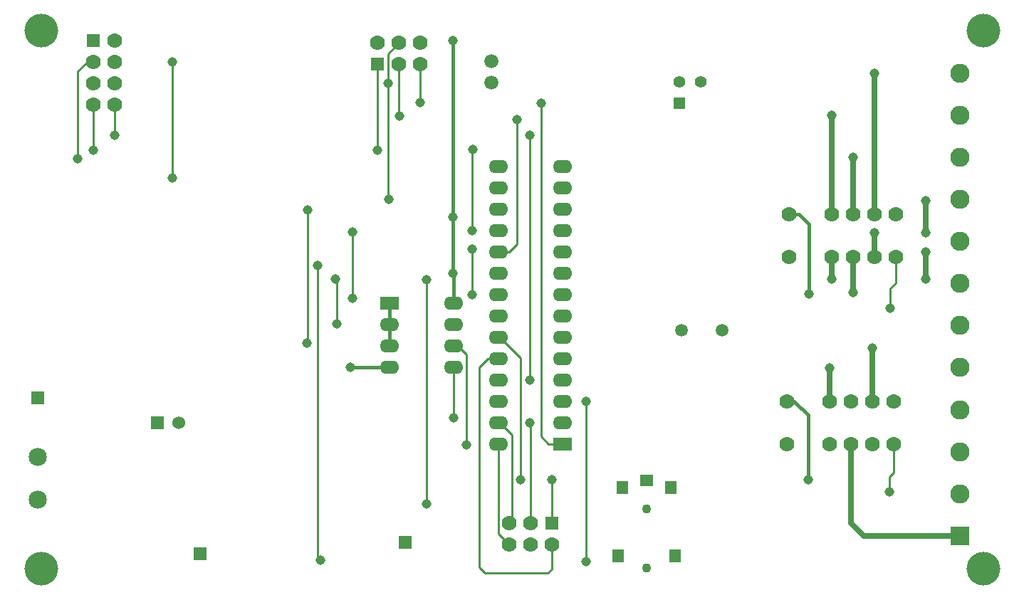
<source format=gbl>
G04 (created by PCBNEW (2013-07-07 BZR 4022)-stable) date 21/11/2014 19:41:42*
%MOIN*%
G04 Gerber Fmt 3.4, Leading zero omitted, Abs format*
%FSLAX34Y34*%
G01*
G70*
G90*
G04 APERTURE LIST*
%ADD10C,0.008*%
%ADD11C,0.0590551*%
%ADD12C,0.07*%
%ADD13R,0.06X0.06*%
%ADD14C,0.06*%
%ADD15C,0.09*%
%ADD16R,0.085X0.085*%
%ADD17C,0.066*%
%ADD18R,0.09X0.062*%
%ADD19O,0.09X0.062*%
%ADD20C,0.085*%
%ADD21C,0.15748*%
%ADD22C,0.0433071*%
%ADD23R,0.0551181X0.0629921*%
%ADD24R,0.0629921X0.0551181*%
%ADD25R,0.055X0.055*%
%ADD26C,0.055*%
%ADD27C,0.045*%
%ADD28C,0.015*%
%ADD29C,0.01*%
%ADD30C,0.025*%
G04 APERTURE END LIST*
G54D10*
G54D11*
X68893Y-41584D03*
X66972Y-41584D03*
G54D12*
X72000Y-36150D03*
X74000Y-36150D03*
X75000Y-36150D03*
X76000Y-36150D03*
X77000Y-36150D03*
X77000Y-38150D03*
X76000Y-38150D03*
X75000Y-38150D03*
X74000Y-38150D03*
X72000Y-38150D03*
X71900Y-44900D03*
X73900Y-44900D03*
X74900Y-44900D03*
X75900Y-44900D03*
X76900Y-44900D03*
X76900Y-46900D03*
X75900Y-46900D03*
X74900Y-46900D03*
X73900Y-46900D03*
X71900Y-46900D03*
G54D13*
X39450Y-28000D03*
G54D12*
X40450Y-28000D03*
X39450Y-29000D03*
X40450Y-29000D03*
X39450Y-30000D03*
X40450Y-30000D03*
X39450Y-31000D03*
X40450Y-31000D03*
G54D13*
X60900Y-50600D03*
G54D12*
X60900Y-51600D03*
X59900Y-50600D03*
X59900Y-51600D03*
X58900Y-50600D03*
X58900Y-51600D03*
G54D13*
X52760Y-29110D03*
G54D12*
X52760Y-28110D03*
X53760Y-29110D03*
X53760Y-28110D03*
X54760Y-29110D03*
X54760Y-28110D03*
G54D13*
X42440Y-45900D03*
G54D14*
X43440Y-45900D03*
G54D15*
X80000Y-39390D03*
X80000Y-37422D03*
X80000Y-35453D03*
X80000Y-33485D03*
X80000Y-31516D03*
X80000Y-41359D03*
X80000Y-43327D03*
X80000Y-45296D03*
X80000Y-47264D03*
X80000Y-49233D03*
X80000Y-29548D03*
G54D16*
X80000Y-51201D03*
G54D13*
X54050Y-51500D03*
X36850Y-44750D03*
X44450Y-52050D03*
G54D17*
X58070Y-29990D03*
X58070Y-28990D03*
G54D18*
X53300Y-40300D03*
G54D19*
X53300Y-41300D03*
X53300Y-42300D03*
X53300Y-43300D03*
X56300Y-43300D03*
X56300Y-42300D03*
X56300Y-41300D03*
X56300Y-40300D03*
X61400Y-45900D03*
X61400Y-44900D03*
X61400Y-43900D03*
X61400Y-42900D03*
X61400Y-41900D03*
X61400Y-40900D03*
X61400Y-39900D03*
X61400Y-38900D03*
X61400Y-37900D03*
X61400Y-36900D03*
X61400Y-35900D03*
X61400Y-34900D03*
X61400Y-33900D03*
G54D18*
X61400Y-46900D03*
G54D19*
X58400Y-33900D03*
X58400Y-34900D03*
X58400Y-35900D03*
X58400Y-36900D03*
X58400Y-37900D03*
X58400Y-38900D03*
X58400Y-39900D03*
X58400Y-40900D03*
X58400Y-41900D03*
X58400Y-42900D03*
X58400Y-43900D03*
X58400Y-44900D03*
X58400Y-45900D03*
X58400Y-46900D03*
G54D20*
X36850Y-49500D03*
X36850Y-47500D03*
G54D21*
X37007Y-27559D03*
X81102Y-27559D03*
X81102Y-52755D03*
X37007Y-52755D03*
G54D22*
X65344Y-52696D03*
X65344Y-49940D03*
G54D23*
X64005Y-52145D03*
X66683Y-52145D03*
G54D24*
X65344Y-48602D03*
G54D23*
X66466Y-48956D03*
X64222Y-48937D03*
G54D25*
X66875Y-30950D03*
G54D26*
X66875Y-29950D03*
X67875Y-29950D03*
G54D27*
X56280Y-28010D03*
X72900Y-48575D03*
X72950Y-39875D03*
X56275Y-36275D03*
X56275Y-38900D03*
X60900Y-48575D03*
X59450Y-48575D03*
X39450Y-33140D03*
X52760Y-33130D03*
X57175Y-36900D03*
X57200Y-33100D03*
X53230Y-30010D03*
X53270Y-35460D03*
X38720Y-33550D03*
X43150Y-34450D03*
X43150Y-29000D03*
X59875Y-32450D03*
X59875Y-43900D03*
X40450Y-32450D03*
X73925Y-43350D03*
X75900Y-42400D03*
X75000Y-39825D03*
X75025Y-33475D03*
X78425Y-37925D03*
X78425Y-39175D03*
X74000Y-39175D03*
X74025Y-31500D03*
X78425Y-35500D03*
X78400Y-37025D03*
X76000Y-37025D03*
X76000Y-29550D03*
X53770Y-31550D03*
X59275Y-31700D03*
X56925Y-46950D03*
X56300Y-45675D03*
X55040Y-39200D03*
X50850Y-41270D03*
X50790Y-39190D03*
X55050Y-49725D03*
X59875Y-45900D03*
X49950Y-38540D03*
X50070Y-52340D03*
X62500Y-52400D03*
X62525Y-44900D03*
X54760Y-30920D03*
X60400Y-30930D03*
X51475Y-43325D03*
X76750Y-40550D03*
X51590Y-40080D03*
X51590Y-36990D03*
X57175Y-39900D03*
X57175Y-37775D03*
X76700Y-49150D03*
X49450Y-42170D03*
X49490Y-35940D03*
G54D28*
X56275Y-29000D02*
X56275Y-28015D01*
X56275Y-28015D02*
X56280Y-28010D01*
X56275Y-36275D02*
X56275Y-29000D01*
X71900Y-44900D02*
X72250Y-44900D01*
X72900Y-45550D02*
X72900Y-48575D01*
X72250Y-44900D02*
X72900Y-45550D01*
X72000Y-36150D02*
X72475Y-36150D01*
X72950Y-36625D02*
X72950Y-39875D01*
X72475Y-36150D02*
X72950Y-36625D01*
X56275Y-38900D02*
X56275Y-36275D01*
X56300Y-40300D02*
X56300Y-38925D01*
X56300Y-38925D02*
X56275Y-38900D01*
X53300Y-41300D02*
X53300Y-40300D01*
X53300Y-42300D02*
X53300Y-41300D01*
G54D29*
X58400Y-41900D02*
X58475Y-41900D01*
X60900Y-48575D02*
X60900Y-50600D01*
X59450Y-42875D02*
X59450Y-48575D01*
X58475Y-41900D02*
X59450Y-42875D01*
X58400Y-42900D02*
X57900Y-42900D01*
X60900Y-52775D02*
X60900Y-51600D01*
X60725Y-52950D02*
X60900Y-52775D01*
X57775Y-52950D02*
X60725Y-52950D01*
X57500Y-52675D02*
X57775Y-52950D01*
X57500Y-43300D02*
X57500Y-52675D01*
X57900Y-42900D02*
X57500Y-43300D01*
X39450Y-31000D02*
X39450Y-33140D01*
X52760Y-33130D02*
X52760Y-29110D01*
X57175Y-33125D02*
X57175Y-36900D01*
X57200Y-33100D02*
X57175Y-33125D01*
X53230Y-30010D02*
X53240Y-30010D01*
X53240Y-28630D02*
X53760Y-28110D01*
X53240Y-35430D02*
X53240Y-30010D01*
X53240Y-30010D02*
X53240Y-28630D01*
X53270Y-35460D02*
X53240Y-35430D01*
X39170Y-29000D02*
X39450Y-29000D01*
X38720Y-29450D02*
X39170Y-29000D01*
X38720Y-33550D02*
X38720Y-29450D01*
X43150Y-30450D02*
X43150Y-29000D01*
X43150Y-34450D02*
X43150Y-30450D01*
X59875Y-32450D02*
X59875Y-43900D01*
X40450Y-32450D02*
X40450Y-31000D01*
G54D30*
X74900Y-46900D02*
X74900Y-50600D01*
X75501Y-51201D02*
X80000Y-51201D01*
X74900Y-50600D02*
X75501Y-51201D01*
X73900Y-44900D02*
X73900Y-43375D01*
X73900Y-43375D02*
X73925Y-43350D01*
X75900Y-44900D02*
X75900Y-42400D01*
X75000Y-38150D02*
X75000Y-39825D01*
X75000Y-36150D02*
X75000Y-33500D01*
X75000Y-33500D02*
X75025Y-33475D01*
X74000Y-38150D02*
X74000Y-39175D01*
X78425Y-39175D02*
X78425Y-37925D01*
X74000Y-36150D02*
X74000Y-31525D01*
X74000Y-31525D02*
X74025Y-31500D01*
X76000Y-38150D02*
X76000Y-37025D01*
X78425Y-37000D02*
X78425Y-35500D01*
X78400Y-37025D02*
X78425Y-37000D01*
X76000Y-36150D02*
X76000Y-29550D01*
G54D29*
X53760Y-29110D02*
X53760Y-31540D01*
X53760Y-31540D02*
X53770Y-31550D01*
X58925Y-37900D02*
X59275Y-37550D01*
X59275Y-37550D02*
X59275Y-31700D01*
X58400Y-37900D02*
X58925Y-37900D01*
X56300Y-42300D02*
X56525Y-42300D01*
X56925Y-42700D02*
X56925Y-46950D01*
X56525Y-42300D02*
X56925Y-42700D01*
X58400Y-46900D02*
X58400Y-51100D01*
X58400Y-51100D02*
X58900Y-51600D01*
X58400Y-45900D02*
X58475Y-45900D01*
X59050Y-50450D02*
X58900Y-50600D01*
X59050Y-46475D02*
X59050Y-50450D01*
X58475Y-45900D02*
X59050Y-46475D01*
X56300Y-43300D02*
X56300Y-45675D01*
X55050Y-39210D02*
X55040Y-39200D01*
X55050Y-49725D02*
X55050Y-39210D01*
X50850Y-39250D02*
X50850Y-41270D01*
X50790Y-39190D02*
X50850Y-39250D01*
X55050Y-49725D02*
X54975Y-49650D01*
X59900Y-45925D02*
X59900Y-50600D01*
X59875Y-45900D02*
X59900Y-45925D01*
X49950Y-52220D02*
X49950Y-38540D01*
X50070Y-52340D02*
X49950Y-52220D01*
X62500Y-44925D02*
X62500Y-52400D01*
X62525Y-44900D02*
X62500Y-44925D01*
X60400Y-31225D02*
X60400Y-30930D01*
X60400Y-46550D02*
X60400Y-31225D01*
X60750Y-46900D02*
X60400Y-46550D01*
X61400Y-46900D02*
X60750Y-46900D01*
X54760Y-30920D02*
X54760Y-29110D01*
G54D28*
X53300Y-43300D02*
X51500Y-43300D01*
X51500Y-43300D02*
X51475Y-43325D01*
G54D29*
X77000Y-38150D02*
X77000Y-39375D01*
X76750Y-39625D02*
X76750Y-40550D01*
X77000Y-39375D02*
X76750Y-39625D01*
X51590Y-36990D02*
X51590Y-40080D01*
X57175Y-37775D02*
X57175Y-39900D01*
X76900Y-46900D02*
X76900Y-48250D01*
X76700Y-48450D02*
X76700Y-49150D01*
X76900Y-48250D02*
X76700Y-48450D01*
X49450Y-42170D02*
X49490Y-42130D01*
X49490Y-42130D02*
X49490Y-35940D01*
M02*

</source>
